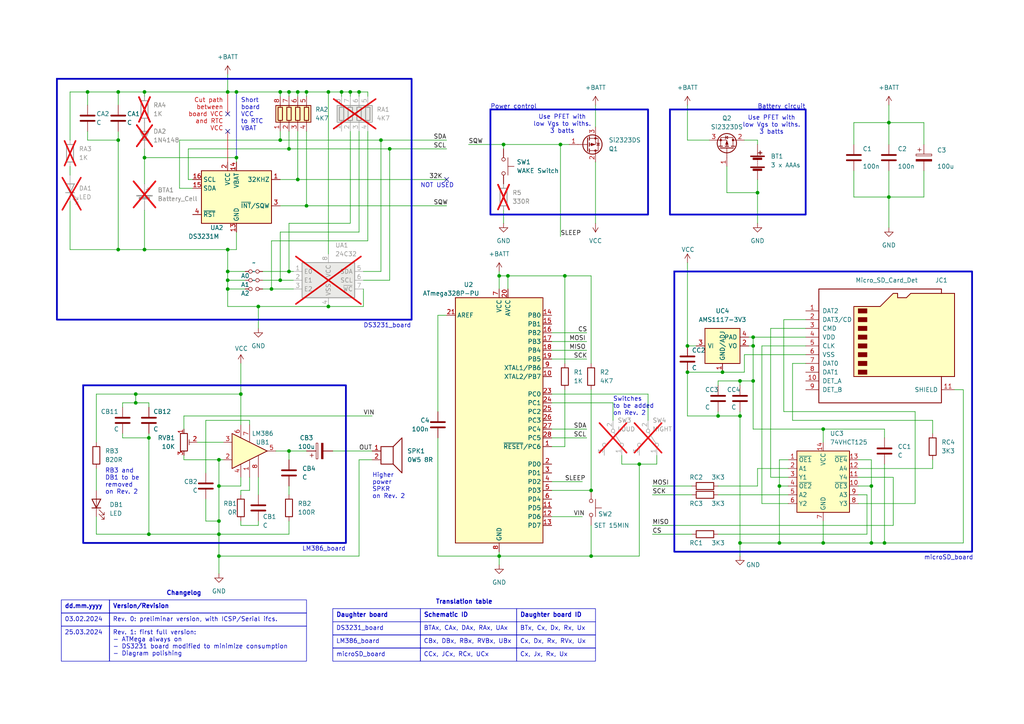
<source format=kicad_sch>
(kicad_sch (version 20231120) (generator "eeschema") (generator_version "8.0")
  (paper "A4")
  (title_block (title "Seikosha80 Westminster Chimer") (rev "1") (comment 1 "and \"http://gammon.com.au/images/Arduino/HHS_Temperature_Logger1.png\"") (comment 2 "Loosely based on \"http://www.gammon.com.au/forum/?id=12106\""))
  (lib_symbols
    (symbol "+BATT_1" (power) (pin_names (offset 0))
      (property "Value" "+BATT_1" (at 0 5.08 0))
      (symbol "+BATT_1_1_1"
        (pin power_in line (at 0 0 90) (length 0) hide (name "+BATT") (number "1"))
      )
    )
    (symbol "AMS1117-3V3:AMS1117-3V3" (pin_names (offset 0.762))
      (property "Reference" "U" (at 2.54 -6.35 0))
      (property "Value" "AMS1117-3V3" (at 0 6.35 0))
      (property "Datasheet" "http://www.ti.com/lit/ds/symlink/lm1117.pdf" (at 2.54 -6.35 0))
      (symbol "AMS1117-3V3_1_1"
        (pin passive line (at 0 -7.62 90) (length 2.54) (name "GND/ADJ") (number "1"))
        (pin power_out line (at 7.62 0 180) (length 2.54) (name "VO") (number "2"))
        (pin power_in line (at -7.62 0 0) (length 2.54) (name "VI") (number "3"))
        (pin power_out line (at 7.62 2.54 180) (length 2.54) (name "PAD") (number "4"))
      )
    )
    (symbol "Amplifier_Audio:LM386" (pin_names (offset 0.127) hide)
      (property "Reference" "U" (at 1.27 7.62 0))
      (property "Value" "LM386" (at 1.27 5.08 0))
      (symbol "LM386_1_1"
        (pin input line (at 0 -7.62 90) (length 5.08) (name "GAIN") (number "1"))
        (pin input line (at -7.62 -2.54 0) (length 2.54) (name "-") (number "2"))
        (pin input line (at -7.62 2.54 0) (length 2.54) (name "+") (number "3"))
        (pin power_in line (at -2.54 -7.62 90) (length 3.81) (name "GND") (number "4"))
        (pin output line (at 7.62 0 180) (length 2.54) (name "~") (number "5"))
        (pin power_in line (at -2.54 7.62 270) (length 3.81) (name "V+") (number "6"))
        (pin input line (at 0 7.62 270) (length 5.08) (name "BYPASS") (number "7"))
        (pin input line (at 2.54 -7.62 90) (length 6.35) (name "GAIN") (number "8"))
      )
    )
    (symbol "Connector:Micro_SD_Card_Det" (pin_names (offset 1.016))
      (property "Reference" "J" (at -16.51 17.78 0))
      (property "Value" "Micro_SD_Card_Det" (at 16.51 17.78 0))
      (symbol "Micro_SD_Card_Det_1_1"
        (pin bidirectional line (at -22.86 10.16 0) (length 3.81) (name "DAT2") (number "1"))
        (pin passive line (at -22.86 -10.16 0) (length 3.81) (name "DET_A") (number "10"))
        (pin passive line (at 20.32 -12.7 180) (length 3.81) (name "SHIELD") (number "11"))
        (pin bidirectional line (at -22.86 7.62 0) (length 3.81) (name "DAT3/CD") (number "2"))
        (pin input line (at -22.86 5.08 0) (length 3.81) (name "CMD") (number "3"))
        (pin power_in line (at -22.86 2.54 0) (length 3.81) (name "VDD") (number "4"))
        (pin input line (at -22.86 0 0) (length 3.81) (name "CLK") (number "5"))
        (pin power_in line (at -22.86 -2.54 0) (length 3.81) (name "VSS") (number "6"))
        (pin bidirectional line (at -22.86 -5.08 0) (length 3.81) (name "DAT0") (number "7"))
        (pin bidirectional line (at -22.86 -7.62 0) (length 3.81) (name "DAT1") (number "8"))
        (pin passive line (at -22.86 -12.7 0) (length 3.81) (name "DET_B") (number "9"))
      )
    )
    (symbol "Device:Battery" (pin_numbers hide) (pin_names (offset 0) hide)
      (property "Reference" "BT" (at 2.54 2.54 0))
      (property "Value" "Battery" (at 2.54 0 0))
      (symbol "Battery_1_1"
        (pin passive line (at 0 5.08 270) (length 2.54) (name "+") (number "1"))
        (pin passive line (at 0 -5.08 90) (length 2.54) (name "-") (number "2"))
      )
    )
    (symbol "Device:Battery_Cell" (pin_numbers hide) (pin_names (offset 0) hide)
      (property "Reference" "BT" (at 2.54 2.54 0))
      (property "Value" "Battery_Cell" (at 2.54 0 0))
      (symbol "Battery_Cell_1_1"
        (pin passive line (at 0 5.08 270) (length 2.54) (name "+") (number "1"))
        (pin passive line (at 0 -2.54 90) (length 2.54) (name "-") (number "2"))
      )
    )
    (symbol "Device:C" (pin_numbers hide) (pin_names (offset 0.254))
      (property "Reference" "C" (at 0.635 2.54 0))
      (property "Value" "C" (at 0.635 -2.54 0))
      (symbol "C_1_1"
        (pin passive line (at 0 3.81 270) (length 2.794) (name "~") (number "1"))
        (pin passive line (at 0 -3.81 90) (length 2.794) (name "~") (number "2"))
      )
    )
    (symbol "Device:CP" (pin_numbers hide) (pin_names (offset 0.254))
      (property "Reference" "C" (at 0.635 2.54 0))
      (property "Value" "CP" (at 0.635 -2.54 0))
      (symbol "CP_1_1"
        (pin passive line (at 0 3.81 270) (length 2.794) (name "~") (number "1"))
        (pin passive line (at 0 -3.81 90) (length 2.794) (name "~") (number "2"))
      )
    )
    (symbol "Device:Jumper_NO_Small" (pin_numbers hide) (pin_names (offset 0.762) hide)
      (property "Reference" "JP" (at 0 2.032 0))
      (property "Value" "Jumper_NO_Small" (at 0.254 -1.524 0))
      (symbol "Jumper_NO_Small_0_1"
        (pin passive line (at -2.54 0 0) (length 1.016) (name "1") (number "1"))
        (pin passive line (at 2.54 0 180) (length 1.016) (name "2") (number "2"))
      )
    )
    (symbol "Device:LED" (pin_numbers hide) (pin_names (offset 1.016) hide)
      (property "Reference" "D" (at 0 2.54 0))
      (property "Value" "LED" (at 0 -2.54 0))
      (symbol "LED_1_1"
        (pin passive line (at -3.81 0 0) (length 2.54) (name "K") (number "1"))
        (pin passive line (at 3.81 0 180) (length 2.54) (name "A") (number "2"))
      )
    )
    (symbol "Device:R" (pin_numbers hide) (pin_names (offset 0))
      (property "Reference" "R" (at 2.032 0 90))
      (property "Value" "R" (at 0 0 90))
      (symbol "R_1_1"
        (pin passive line (at 0 3.81 270) (length 1.27) (name "~") (number "1"))
        (pin passive line (at 0 -3.81 90) (length 1.27) (name "~") (number "2"))
      )
    )
    (symbol "Device:R_POT_TRIM" (pin_names (offset 1.016) hide)
      (property "Reference" "RV" (at -4.445 0 90))
      (property "Value" "R_POT_TRIM" (at -2.54 0 90))
      (symbol "R_POT_TRIM_1_1"
        (pin passive line (at 0 3.81 270) (length 1.27) (name "1") (number "1"))
        (pin passive line (at 3.81 0 180) (length 1.27) (name "2") (number "2"))
        (pin passive line (at 0 -3.81 90) (length 1.27) (name "3") (number "3"))
      )
    )
    (symbol "Device:R_Pack04" (pin_names (offset 0) hide)
      (property "Reference" "RN" (at -7.62 0 90))
      (property "Value" "R_Pack04" (at 5.08 0 90))
      (symbol "R_Pack04_1_1"
        (pin passive line (at -5.08 -5.08 90) (length 2.54) (name "R1.1") (number "1"))
        (pin passive line (at -2.54 -5.08 90) (length 2.54) (name "R2.1") (number "2"))
        (pin passive line (at 0 -5.08 90) (length 2.54) (name "R3.1") (number "3"))
        (pin passive line (at 2.54 -5.08 90) (length 2.54) (name "R4.1") (number "4"))
        (pin passive line (at 2.54 5.08 270) (length 2.54) (name "R4.2") (number "5"))
        (pin passive line (at 0 5.08 270) (length 2.54) (name "R3.2") (number "6"))
        (pin passive line (at -2.54 5.08 270) (length 2.54) (name "R2.2") (number "7"))
        (pin passive line (at -5.08 5.08 270) (length 2.54) (name "R1.2") (number "8"))
      )
    )
    (symbol "Device:Speaker" (pin_names (offset 0) hide)
      (property "Reference" "LS" (at 1.27 5.715 0))
      (property "Value" "Speaker" (at 1.27 3.81 0))
      (symbol "Speaker_1_1"
        (pin input line (at -5.08 0 0) (length 2.54) (name "1") (number "1"))
        (pin input line (at -5.08 -2.54 0) (length 2.54) (name "2") (number "2"))
      )
    )
    (symbol "Diode:1N4148" (pin_numbers hide) (pin_names (offset 1.016) hide)
      (property "Reference" "D" (at 0 2.54 0))
      (property "Value" "1N4148" (at 0 -2.54 0))
      (symbol "1N4148_1_1"
        (pin passive line (at -3.81 0 0) (length 2.54) (name "K") (number "1"))
        (pin passive line (at 3.81 0 180) (length 2.54) (name "A") (number "2"))
      )
    )
    (symbol "MCU_Microchip_ATmega:ATmega328P-P"
      (property "Reference" "U" (at -12.7 36.83 0))
      (property "Value" "ATmega328P-P" (at 2.54 -36.83 0))
      (symbol "ATmega328P-P_1_1"
        (pin bidirectional line (at 15.24 -7.62 180) (length 2.54) (name "~{RESET}/PC6") (number "1"))
        (pin bidirectional line (at 15.24 12.7 180) (length 2.54) (name "XTAL2/PB7") (number "10"))
        (pin bidirectional line (at 15.24 -25.4 180) (length 2.54) (name "PD5") (number "11"))
        (pin bidirectional line (at 15.24 -27.94 180) (length 2.54) (name "PD6") (number "12"))
        (pin bidirectional line (at 15.24 -30.48 180) (length 2.54) (name "PD7") (number "13"))
        (pin bidirectional line (at 15.24 30.48 180) (length 2.54) (name "PB0") (number "14"))
        (pin bidirectional line (at 15.24 27.94 180) (length 2.54) (name "PB1") (number "15"))
        (pin bidirectional line (at 15.24 25.4 180) (length 2.54) (name "PB2") (number "16"))
        (pin bidirectional line (at 15.24 22.86 180) (length 2.54) (name "PB3") (number "17"))
        (pin bidirectional line (at 15.24 20.32 180) (length 2.54) (name "PB4") (number "18"))
        (pin bidirectional line (at 15.24 17.78 180) (length 2.54) (name "PB5") (number "19"))
        (pin bidirectional line (at 15.24 -12.7 180) (length 2.54) (name "PD0") (number "2"))
        (pin power_in line (at 2.54 38.1 270) (length 2.54) (name "AVCC") (number "20"))
        (pin passive line (at -15.24 30.48 0) (length 2.54) (name "AREF") (number "21"))
        (pin passive line (at 0 -38.1 90) (length 2.54) hide (name "GND") (number "22"))
        (pin bidirectional line (at 15.24 7.62 180) (length 2.54) (name "PC0") (number "23"))
        (pin bidirectional line (at 15.24 5.08 180) (length 2.54) (name "PC1") (number "24"))
        (pin bidirectional line (at 15.24 2.54 180) (length 2.54) (name "PC2") (number "25"))
        (pin bidirectional line (at 15.24 0 180) (length 2.54) (name "PC3") (number "26"))
        (pin bidirectional line (at 15.24 -2.54 180) (length 2.54) (name "PC4") (number "27"))
        (pin bidirectional line (at 15.24 -5.08 180) (length 2.54) (name "PC5") (number "28"))
        (pin bidirectional line (at 15.24 -15.24 180) (length 2.54) (name "PD1") (number "3"))
        (pin bidirectional line (at 15.24 -17.78 180) (length 2.54) (name "PD2") (number "4"))
        (pin bidirectional line (at 15.24 -20.32 180) (length 2.54) (name "PD3") (number "5"))
        (pin bidirectional line (at 15.24 -22.86 180) (length 2.54) (name "PD4") (number "6"))
        (pin power_in line (at 0 38.1 270) (length 2.54) (name "VCC") (number "7"))
        (pin power_in line (at 0 -38.1 90) (length 2.54) (name "GND") (number "8"))
        (pin bidirectional line (at 15.24 15.24 180) (length 2.54) (name "XTAL1/PB6") (number "9"))
      )
    )
    (symbol "Memory_EEPROM:CAT24C256"
      (property "Reference" "U3" (at 1.9559 10.16 0))
      (property "Value" "74VHCT125" (at 1.9559 7.62 0))
      (symbol "CAT24C256_1_1"
        (pin input line (at -10.16 2.54 0) (length 2.54) (name "~{OE1}") (number "1"))
        (pin input line (at 10.16 -5.08 180) (length 2.54) (name "~{OE3}") (number "10"))
        (pin output line (at 10.16 -2.54 180) (length 2.54) (name "Y4") (number "11"))
        (pin input line (at 10.16 0 180) (length 2.54) (name "A4") (number "12"))
        (pin input line (at 10.16 2.54 180) (length 2.54) (name "~{OE4}") (number "13"))
        (pin power_in line (at 0 7.62 270) (length 2.54) (name "VCC") (number "14"))
        (pin input line (at -10.16 0 0) (length 2.54) (name "A1") (number "2"))
        (pin output line (at -10.16 -2.54 0) (length 2.54) (name "Y1") (number "3"))
        (pin input line (at -10.16 -5.08 0) (length 2.54) (name "~{OE2}") (number "4"))
        (pin input line (at -10.16 -7.62 0) (length 2.54) (name "A2") (number "5"))
        (pin output line (at -10.16 -10.16 0) (length 2.54) (name "Y2") (number "6"))
        (pin power_in line (at 0 -15.24 90) (length 2.54) (name "GND") (number "7"))
        (pin output line (at 10.16 -10.16 180) (length 2.54) (name "Y3") (number "8"))
        (pin input line (at 10.16 -7.62 180) (length 2.54) (name "A3") (number "9"))
      )
    )
    (symbol "Memory_EEPROM:M24C02-FDW"
      (property "Reference" "U" (at -6.35 6.35 0))
      (property "Value" "M24C02-FDW" (at 7.62 6.35 0))
      (symbol "M24C02-FDW_1_1"
        (pin input line (at -10.16 2.54 0) (length 2.54) (name "E0") (number "1"))
        (pin input line (at -10.16 0 0) (length 2.54) (name "E1") (number "2"))
        (pin input line (at -10.16 -2.54 0) (length 2.54) (name "E2") (number "3"))
        (pin power_in line (at 0 -7.62 90) (length 2.54) (name "VSS") (number "4"))
        (pin bidirectional line (at 10.16 2.54 180) (length 2.54) (name "SDA") (number "5"))
        (pin input line (at 10.16 0 180) (length 2.54) (name "SCL") (number "6"))
        (pin input line (at 10.16 -2.54 180) (length 2.54) (name "~{WC}") (number "7"))
        (pin power_in line (at 0 7.62 270) (length 2.54) (name "VCC") (number "8"))
      )
    )
    (symbol "Switch:SW_Push" (pin_numbers hide) (pin_names (offset 1.016) hide)
      (property "Reference" "SW" (at 1.27 2.54 0))
      (property "Value" "SW_Push" (at 0 -1.524 0))
      (symbol "SW_Push_0_1"
        (pin passive line (at -5.08 0 0) (length 2.54) (name "1") (number "1"))
        (pin passive line (at 5.08 0 180) (length 2.54) (name "2") (number "2"))
      )
    )
    (symbol "Switch:SW_SPDT" (pin_names (offset 0) hide)
      (property "Reference" "SW" (at 0 4.318 0))
      (property "Value" "SW_SPDT" (at 0 -5.08 0))
      (symbol "SW_SPDT_1_1"
        (pin passive line (at 5.08 2.54 180) (length 2.54) (name "A") (number "1"))
        (pin passive line (at -5.08 0 0) (length 2.54) (name "B") (number "2"))
        (pin passive line (at 5.08 -2.54 180) (length 2.54) (name "C") (number "3"))
      )
    )
    (symbol "Timer_RTC:DS3231M"
      (property "Reference" "U" (at -7.62 8.89 0))
      (property "Value" "DS3231M" (at 10.16 8.89 0))
      (symbol "DS3231M_1_1"
        (pin open_collector line (at 12.7 5.08 180) (length 2.54) (name "32KHZ") (number "1"))
        (pin passive line (at 0 -10.16 90) (length 2.54) hide (name "GND") (number "10"))
        (pin passive line (at 0 -10.16 90) (length 2.54) hide (name "GND") (number "11"))
        (pin passive line (at 0 -10.16 90) (length 2.54) hide (name "GND") (number "12"))
        (pin power_in line (at 0 -10.16 90) (length 2.54) (name "GND") (number "13"))
        (pin power_in line (at 0 10.16 270) (length 2.54) (name "VBAT") (number "14"))
        (pin bidirectional line (at -12.7 2.54 0) (length 2.54) (name "SDA") (number "15"))
        (pin input line (at -12.7 5.08 0) (length 2.54) (name "SCL") (number "16"))
        (pin power_in line (at -2.54 10.16 270) (length 2.54) (name "VCC") (number "2"))
        (pin open_collector line (at 12.7 -2.54 180) (length 2.54) (name "~{INT}/SQW") (number "3"))
        (pin bidirectional line (at -12.7 -5.08 0) (length 2.54) (name "~{RST}") (number "4"))
        (pin passive line (at 0 -10.16 90) (length 2.54) hide (name "GND") (number "5"))
        (pin passive line (at 0 -10.16 90) (length 2.54) hide (name "GND") (number "6"))
        (pin passive line (at 0 -10.16 90) (length 2.54) hide (name "GND") (number "7"))
        (pin passive line (at 0 -10.16 90) (length 2.54) hide (name "GND") (number "8"))
        (pin passive line (at 0 -10.16 90) (length 2.54) hide (name "GND") (number "9"))
      )
    )
    (symbol "Transistor_FET:FQP27P06" (pin_names hide)
      (property "Reference" "Q" (at 5.08 1.905 0))
      (property "Value" "FQP27P06" (at 5.08 0 0))
      (symbol "FQP27P06_1_1"
        (pin input line (at -5.08 0 0) (length 2.54) (name "G") (number "1"))
        (pin passive line (at 2.54 5.08 270) (length 2.54) (name "D") (number "2"))
        (pin passive line (at 2.54 -5.08 90) (length 2.54) (name "S") (number "3"))
      )
    )
    (symbol "power:+BATT" (power) (pin_names (offset 0))
      (property "Value" "+BATT" (at 0 3.556 0))
      (symbol "+BATT_1_1"
        (pin power_in line (at 0 0 90) (length 0) hide (name "+BATT") (number "1"))
      )
    )
    (symbol "power:GND" (power) (pin_names (offset 0))
      (property "Value" "GND" (at 0 -3.81 0))
      (symbol "GND_1_1"
        (pin power_in line (at 0 0 270) (length 0) hide (name "GND") (number "1"))
      )
    )
    (symbol "power:VCC" (power) (pin_names (offset 0))
      (property "Value" "VCCSW" (at 0 5.08 0))
      (symbol "VCC_1_1"
        (pin power_in line (at 0 0 90) (length 0) hide (name "VCC") (number "1"))
      )
    )
  )
  (junction (at 163.83 80.01))
  (junction (at 226.06 157.48))
  (junction (at 83.82 26.67))
  (junction (at 78.74 83.82))
  (junction (at 171.45 142.24))
  (junction (at 63.5 154.94))
  (junction (at 219.71 55.88))
  (junction (at 25.4 26.67))
  (junction (at 34.29 72.39))
  (junction (at 257.81 57.15))
  (junction (at 86.36 52.07))
  (junction (at 83.82 78.74))
  (junction (at 162.56 41.91))
  (junction (at 63.5 161.29))
  (junction (at 88.9 59.69))
  (junction (at 199.39 100.33))
  (junction (at 147.32 80.01))
  (junction (at 83.82 130.81))
  (junction (at 238.76 157.48))
  (junction (at 41.91 26.67))
  (junction (at 199.39 107.95))
  (junction (at 39.37 114.3))
  (junction (at 208.28 120.65))
  (junction (at 218.44 110.49))
  (junction (at 88.9 26.67))
  (junction (at 74.93 88.9))
  (junction (at 218.44 100.33))
  (junction (at 66.04 81.28))
  (junction (at 214.63 157.48))
  (junction (at 110.49 40.64))
  (junction (at 256.54 157.48))
  (junction (at 69.85 114.3))
  (junction (at 41.91 72.39))
  (junction (at 81.28 40.64))
  (junction (at 238.76 124.46))
  (junction (at 83.82 43.18))
  (junction (at 101.6 26.67))
  (junction (at 252.73 140.97))
  (junction (at 104.14 26.67))
  (junction (at 209.55 107.95))
  (junction (at 34.29 26.67))
  (junction (at 66.04 72.39))
  (junction (at 68.58 26.67))
  (junction (at 81.28 81.28))
  (junction (at 41.91 45.72))
  (junction (at 171.45 161.29))
  (junction (at 99.06 26.67))
  (junction (at 95.25 88.9))
  (junction (at 66.04 78.74))
  (junction (at 63.5 151.13))
  (junction (at 146.05 41.91))
  (junction (at 66.04 83.82))
  (junction (at 113.03 43.18))
  (junction (at 81.28 26.67))
  (junction (at 68.58 45.72))
  (junction (at 226.06 140.97))
  (junction (at 86.36 26.67))
  (junction (at 252.73 157.48))
  (junction (at 43.18 154.94))
  (junction (at 257.81 35.56))
  (junction (at 144.78 161.29))
  (junction (at 66.04 26.67))
  (junction (at 39.37 116.84))
  (junction (at 95.25 26.67))
  (junction (at 63.5 140.97))
  (junction (at 34.29 40.64))
  (junction (at 144.78 80.01))
  (junction (at 43.18 127))
  (junction (at 218.44 97.79))
  (junction (at 63.5 133.35))
  (junction (at 214.63 120.65))
  (junction (at 185.42 134.62))
  (junction (at 214.63 110.49))
  (no_connect (at 66.04 33.02))
  (no_connect (at 129.54 52.07))
  (no_connect (at 66.04 38.1))
  (wire (pts (xy 267.97 57.15) (xy 257.81 57.15)))
  (wire (pts (xy 218.44 100.33) (xy 218.44 110.49)))
  (wire (pts (xy 257.81 57.15) (xy 257.81 66.04)))
  (wire (pts (xy 162.56 41.91) (xy 162.56 68.58)))
  (wire (pts (xy 27.94 154.94) (xy 43.18 154.94)))
  (wire (pts (xy 68.58 26.67) (xy 68.58 45.72)) (stroke (width 0) (color 0 0 194 1)))
  (wire (pts (xy 214.63 110.49) (xy 214.63 111.76)))
  (wire (pts (xy 233.68 105.41) (xy 229.87 105.41)))
  (wire (pts (xy 180.34 132.08) (xy 180.34 134.62)))
  (wire (pts (xy 208.28 154.94) (xy 251.46 154.94)))
  (wire (pts (xy 72.39 121.92) (xy 59.69 121.92)))
  (wire (pts (xy 53.34 124.46) (xy 53.34 120.65)))
  (wire (pts (xy 69.85 140.97) (xy 63.5 140.97)))
  (wire (pts (xy 25.4 26.67) (xy 34.29 26.67)))
  (wire (pts (xy 83.82 43.18) (xy 113.03 43.18)))
  (wire (pts (xy 199.39 40.64) (xy 205.74 40.64)))
  (wire (pts (xy 72.39 123.19) (xy 72.39 121.92)))
  (wire (pts (xy 59.69 144.78) (xy 59.69 151.13)))
  (wire (pts (xy 171.45 152.4) (xy 171.45 161.29)))
  (wire (pts (xy 86.36 52.07) (xy 81.28 52.07)))
  (wire (pts (xy 248.92 140.97) (xy 252.73 140.97)))
  (wire (pts (xy 78.74 69.85) (xy 78.74 83.82)))
  (wire (pts (xy 247.65 57.15) (xy 257.81 57.15)))
  (wire (pts (xy 72.39 142.24) (xy 72.39 138.43)))
  (wire (pts (xy 104.14 26.67) (xy 106.68 26.67)))
  (wire (pts (xy 41.91 45.72) (xy 41.91 53.34)))
  (wire (pts (xy 35.56 125.73) (xy 35.56 127)))
  (wire (pts (xy 189.23 154.94) (xy 200.66 154.94)))
  (wire (pts (xy 81.28 40.64) (xy 110.49 40.64)))
  (wire (pts (xy 127 127) (xy 127 161.29)))
  (wire (pts (xy 39.37 114.3) (xy 27.94 114.3)))
  (wire (pts (xy 88.9 26.67) (xy 95.25 26.67)))
  (wire (pts (xy 39.37 116.84) (xy 43.18 116.84)))
  (wire (pts (xy 177.8 116.84) (xy 177.8 121.92)))
  (wire (pts (xy 189.23 152.4) (xy 259.08 152.4)))
  (wire (pts (xy 107.95 133.35) (xy 104.14 133.35)))
  (wire (pts (xy 43.18 154.94) (xy 63.5 154.94)))
  (wire (pts (xy 160.02 142.24) (xy 171.45 142.24)))
  (wire (pts (xy 95.25 26.67) (xy 99.06 26.67)))
  (wire (pts (xy 76.2 83.82) (xy 78.74 83.82)))
  (wire (pts (xy 187.96 114.3) (xy 187.96 121.92)))
  (wire (pts (xy 218.44 124.46) (xy 238.76 124.46)))
  (wire (pts (xy 210.82 55.88) (xy 219.71 55.88)))
  (wire (pts (xy 41.91 45.72) (xy 68.58 45.72)))
  (wire (pts (xy 228.6 135.89) (xy 219.71 135.89)))
  (wire (pts (xy 64.77 133.35) (xy 63.5 133.35)))
  (wire (pts (xy 160.02 149.86) (xy 168.91 149.86)))
  (wire (pts (xy 34.29 38.1) (xy 34.29 40.64)))
  (wire (pts (xy 83.82 151.13) (xy 83.82 154.94)))
  (wire (pts (xy 199.39 120.65) (xy 199.39 107.95)))
  (wire (pts (xy 256.54 157.48) (xy 252.73 157.48)))
  (wire (pts (xy 81.28 81.28) (xy 85.09 81.28)))
  (wire (pts (xy 259.08 138.43) (xy 259.08 152.4)))
  (wire (pts (xy 279.4 113.03) (xy 279.4 157.48)))
  (wire (pts (xy 189.23 140.97) (xy 200.66 140.97)))
  (wire (pts (xy 68.58 72.39) (xy 68.58 67.31)))
  (wire (pts (xy 63.5 140.97) (xy 63.5 151.13)))
  (wire (pts (xy 66.04 26.67) (xy 68.58 26.67)))
  (wire (pts (xy 247.65 41.91) (xy 247.65 35.56)))
  (wire (pts (xy 81.28 40.64) (xy 81.28 38.1)))
  (wire (pts (xy 248.92 133.35) (xy 252.73 133.35)))
  (wire (pts (xy 69.85 142.24) (xy 72.39 142.24)))
  (wire (pts (xy 144.78 161.29) (xy 144.78 163.83)))
  (wire (pts (xy 113.03 43.18) (xy 129.54 43.18)))
  (wire (pts (xy 160.02 114.3) (xy 187.96 114.3)))
  (wire (pts (xy 147.32 80.01) (xy 144.78 80.01)))
  (wire (pts (xy 99.06 26.67) (xy 101.6 26.67)))
  (wire (pts (xy 279.4 157.48) (xy 256.54 157.48)))
  (wire (pts (xy 66.04 81.28) (xy 66.04 83.82)))
  (wire (pts (xy 88.9 26.67) (xy 88.9 27.94)))
  (wire (pts (xy 146.05 41.91) (xy 162.56 41.91)))
  (wire (pts (xy 144.78 161.29) (xy 171.45 161.29)))
  (wire (pts (xy 81.28 67.31) (xy 81.28 81.28)))
  (wire (pts (xy 171.45 105.41) (xy 171.45 80.01)))
  (wire (pts (xy 233.68 100.33) (xy 220.98 100.33)))
  (wire (pts (xy 163.83 80.01) (xy 147.32 80.01)))
  (wire (pts (xy 105.41 83.82) (xy 105.41 88.9)))
  (wire (pts (xy 270.51 135.89) (xy 270.51 133.35)))
  (wire (pts (xy 25.4 26.67) (xy 20.32 26.67)))
  (wire (pts (xy 185.42 134.62) (xy 190.5 134.62)))
  (wire (pts (xy 83.82 78.74) (xy 85.09 78.74)))
  (wire (pts (xy 83.82 26.67) (xy 86.36 26.67)))
  (wire (pts (xy 88.9 59.69) (xy 129.54 59.69)))
  (wire (pts (xy 80.01 130.81) (xy 83.82 130.81)))
  (wire (pts (xy 59.69 121.92) (xy 59.69 137.16)))
  (wire (pts (xy 57.15 128.27) (xy 64.77 128.27)))
  (wire (pts (xy 144.78 80.01) (xy 144.78 83.82)))
  (wire (pts (xy 267.97 49.53) (xy 267.97 57.15)))
  (wire (pts (xy 68.58 26.67) (xy 81.28 26.67)))
  (wire (pts (xy 220.98 146.05) (xy 228.6 146.05)))
  (wire (pts (xy 270.51 121.92) (xy 270.51 125.73)))
  (wire (pts (xy 199.39 30.48) (xy 199.39 40.64)))
  (wire (pts (xy 223.52 95.25) (xy 233.68 95.25)))
  (wire (pts (xy 238.76 128.27) (xy 238.76 124.46)))
  (wire (pts (xy 257.81 30.48) (xy 257.81 35.56)))
  (wire (pts (xy 69.85 151.13) (xy 69.85 152.4)))
  (wire (pts (xy 218.44 97.79) (xy 233.68 97.79)))
  (wire (pts (xy 228.6 133.35) (xy 226.06 133.35)))
  (wire (pts (xy 217.17 100.33) (xy 218.44 100.33)))
  (wire (pts (xy 39.37 114.3) (xy 69.85 114.3)))
  (wire (pts (xy 35.56 116.84) (xy 39.37 116.84)))
  (wire (pts (xy 162.56 41.91) (xy 165.1 41.91)))
  (wire (pts (xy 66.04 83.82) (xy 66.04 88.9)))
  (wire (pts (xy 63.5 133.35) (xy 63.5 140.97)))
  (wire (pts (xy 214.63 157.48) (xy 226.06 157.48)))
  (wire (pts (xy 86.36 52.07) (xy 129.54 52.07)))
  (wire (pts (xy 210.82 48.26) (xy 210.82 55.88)))
  (wire (pts (xy 160.02 101.6) (xy 170.18 101.6)))
  (wire (pts (xy 214.63 157.48) (xy 214.63 161.29)))
  (wire (pts (xy 83.82 43.18) (xy 83.82 38.1)))
  (wire (pts (xy 35.56 118.11) (xy 35.56 116.84)))
  (wire (pts (xy 83.82 130.81) (xy 83.82 133.35)))
  (wire (pts (xy 163.83 105.41) (xy 163.83 80.01)))
  (wire (pts (xy 83.82 154.94) (xy 63.5 154.94)))
  (wire (pts (xy 160.02 124.46) (xy 170.18 124.46)))
  (wire (pts (xy 83.82 140.97) (xy 83.82 143.51)))
  (wire (pts (xy 86.36 26.67) (xy 86.36 27.94)))
  (wire (pts (xy 219.71 40.64) (xy 219.71 41.91)))
  (wire (pts (xy 172.72 46.99) (xy 172.72 64.77)))
  (wire (pts (xy 55.88 52.07) (xy 54.61 52.07)))
  (wire (pts (xy 74.93 95.25) (xy 74.93 88.9)))
  (wire (pts (xy 34.29 72.39) (xy 41.91 72.39)))
  (wire (pts (xy 66.04 83.82) (xy 71.12 83.82)))
  (wire (pts (xy 105.41 78.74) (xy 110.49 78.74)))
  (wire (pts (xy 104.14 67.31) (xy 81.28 67.31)))
  (wire (pts (xy 247.65 35.56) (xy 257.81 35.56)))
  (wire (pts (xy 66.04 26.67) (xy 66.04 33.02)) (stroke (width 0) (color 194 0 0 1)))
  (wire (pts (xy 218.44 97.79) (xy 218.44 100.33)))
  (wire (pts (xy 110.49 78.74) (xy 110.49 40.64)))
  (wire (pts (xy 160.02 116.84) (xy 177.8 116.84)))
  (wire (pts (xy 25.4 26.67) (xy 25.4 30.48)))
  (wire (pts (xy 53.34 120.65) (xy 107.95 120.65)))
  (wire (pts (xy 215.9 107.95) (xy 209.55 107.95)))
  (wire (pts (xy 215.9 102.87) (xy 215.9 107.95)))
  (wire (pts (xy 248.92 143.51) (xy 251.46 143.51)))
  (wire (pts (xy 39.37 116.84) (xy 39.37 114.3)))
  (wire (pts (xy 251.46 143.51) (xy 251.46 154.94)))
  (wire (pts (xy 106.68 26.67) (xy 106.68 27.94)))
  (wire (pts (xy 96.52 130.81) (xy 107.95 130.81)))
  (wire (pts (xy 228.6 138.43) (xy 223.52 138.43)))
  (wire (pts (xy 229.87 105.41) (xy 229.87 121.92)))
  (wire (pts (xy 69.85 138.43) (xy 69.85 140.97)))
  (wire (pts (xy 163.83 129.54) (xy 163.83 113.03)))
  (wire (pts (xy 248.92 138.43) (xy 259.08 138.43)))
  (wire (pts (xy 27.94 135.89) (xy 27.94 142.24)))
  (wire (pts (xy 171.45 113.03) (xy 171.45 142.24)))
  (wire (pts (xy 81.28 26.67) (xy 81.28 27.94)))
  (wire (pts (xy 54.61 52.07) (xy 54.61 43.18)))
  (wire (pts (xy 110.49 40.64) (xy 129.54 40.64)))
  (wire (pts (xy 25.4 40.64) (xy 34.29 40.64)))
  (wire (pts (xy 265.43 146.05) (xy 265.43 119.38)))
  (wire (pts (xy 214.63 110.49) (xy 218.44 110.49)))
  (wire (pts (xy 146.05 41.91) (xy 146.05 43.18)))
  (wire (pts (xy 34.29 26.67) (xy 34.29 30.48)))
  (wire (pts (xy 53.34 132.08) (xy 53.34 133.35)))
  (wire (pts (xy 229.87 121.92) (xy 270.51 121.92)))
  (wire (pts (xy 214.63 120.65) (xy 214.63 157.48)))
  (wire (pts (xy 69.85 105.41) (xy 69.85 114.3)))
  (wire (pts (xy 76.2 78.74) (xy 83.82 78.74)))
  (wire (pts (xy 267.97 41.91) (xy 267.97 35.56)))
  (wire (pts (xy 226.06 140.97) (xy 228.6 140.97)))
  (wire (pts (xy 238.76 157.48) (xy 226.06 157.48)))
  (wire (pts (xy 52.07 54.61) (xy 52.07 40.64)))
  (wire (pts (xy 20.32 72.39) (xy 34.29 72.39)))
  (wire (pts (xy 63.5 161.29) (xy 104.14 161.29)))
  (wire (pts (xy 160.02 99.06) (xy 170.18 99.06)))
  (wire (pts (xy 66.04 78.74) (xy 66.04 81.28)))
  (wire (pts (xy 256.54 127) (xy 256.54 124.46)))
  (wire (pts (xy 35.56 127) (xy 43.18 127)))
  (wire (pts (xy 199.39 107.95) (xy 209.55 107.95)))
  (wire (pts (xy 81.28 59.69) (xy 88.9 59.69)))
  (wire (pts (xy 59.69 151.13) (xy 63.5 151.13)))
  (wire (pts (xy 101.6 26.67) (xy 101.6 27.94)))
  (wire (pts (xy 99.06 26.67) (xy 99.06 27.94)))
  (wire (pts (xy 252.73 140.97) (xy 252.73 157.48)))
  (wire (pts (xy 218.44 110.49) (xy 218.44 124.46)))
  (wire (pts (xy 219.71 55.88) (xy 219.71 64.77)))
  (wire (pts (xy 41.91 26.67) (xy 41.91 27.94)))
  (wire (pts (xy 88.9 38.1) (xy 88.9 59.69)))
  (wire (pts (xy 20.32 48.26) (xy 20.32 50.8)))
  (wire (pts (xy 208.28 120.65) (xy 199.39 120.65)))
  (wire (pts (xy 160.02 127) (xy 170.18 127)))
  (wire (pts (xy 55.88 54.61) (xy 52.07 54.61)))
  (wire (pts (xy 257.81 49.53) (xy 257.81 57.15)))
  (wire (pts (xy 34.29 40.64) (xy 34.29 72.39)))
  (wire (pts (xy 86.36 38.1) (xy 86.36 52.07)))
  (wire (pts (xy 199.39 100.33) (xy 199.39 76.2)))
  (wire (pts (xy 68.58 45.72) (xy 68.58 46.99)))
  (wire (pts (xy 66.04 72.39) (xy 68.58 72.39)))
  (wire (pts (xy 219.71 135.89) (xy 219.71 140.97)))
  (wire (pts (xy 226.06 133.35) (xy 226.06 140.97)))
  (wire (pts (xy 52.07 40.64) (xy 81.28 40.64)))
  (wire (pts (xy 104.14 133.35) (xy 104.14 161.29)))
  (wire (pts (xy 66.04 78.74) (xy 71.12 78.74)))
  (wire (pts (xy 104.14 26.67) (xy 104.14 27.94)))
  (wire (pts (xy 74.93 138.43) (xy 74.93 143.51)))
  (wire (pts (xy 69.85 152.4) (xy 74.93 152.4)))
  (wire (pts (xy 66.04 81.28) (xy 71.12 81.28)))
  (wire (pts (xy 20.32 58.42) (xy 20.32 72.39)))
  (wire (pts (xy 101.6 38.1) (xy 101.6 64.77)))
  (wire (pts (xy 276.86 113.03) (xy 279.4 113.03)))
  (wire (pts (xy 227.33 119.38) (xy 227.33 92.71)))
  (wire (pts (xy 256.54 134.62) (xy 256.54 157.48)))
  (wire (pts (xy 208.28 119.38) (xy 208.28 120.65)))
  (wire (pts (xy 185.42 134.62) (xy 180.34 134.62)))
  (wire (pts (xy 27.94 149.86) (xy 27.94 154.94)))
  (wire (pts (xy 215.9 40.64) (xy 219.71 40.64)))
  (wire (pts (xy 41.91 45.72) (xy 41.91 43.18)))
  (wire (pts (xy 95.25 26.67) (xy 95.25 73.66)))
  (wire (pts (xy 66.04 38.1) (xy 66.04 46.99)) (stroke (width 0) (color 194 0 0 1)))
  (wire (pts (xy 189.23 143.51) (xy 200.66 143.51)))
  (wire (pts (xy 171.45 80.01) (xy 163.83 80.01)))
  (wire (pts (xy 41.91 72.39) (xy 66.04 72.39)))
  (wire (pts (xy 226.06 140.97) (xy 226.06 157.48)))
  (wire (pts (xy 160.02 129.54) (xy 163.83 129.54)))
  (wire (pts (xy 127 161.29) (xy 144.78 161.29)))
  (wire (pts (xy 105.41 81.28) (xy 113.03 81.28)))
  (wire (pts (xy 27.94 114.3) (xy 27.94 128.27)))
  (wire (pts (xy 74.93 151.13) (xy 74.93 152.4)))
  (wire (pts (xy 227.33 92.71) (xy 233.68 92.71)))
  (wire (pts (xy 104.14 26.67) (xy 101.6 26.67)))
  (wire (pts (xy 223.52 138.43) (xy 223.52 95.25)))
  (wire (pts (xy 190.5 132.08) (xy 190.5 134.62)))
  (wire (pts (xy 104.14 38.1) (xy 104.14 67.31)))
  (wire (pts (xy 53.34 133.35) (xy 63.5 133.35)))
  (wire (pts (xy 74.93 88.9) (xy 95.25 88.9)))
  (wire (pts (xy 83.82 64.77) (xy 83.82 78.74)))
  (wire (pts (xy 208.28 140.97) (xy 219.71 140.97)))
  (wire (pts (xy 88.9 26.67) (xy 86.36 26.67)))
  (wire (pts (xy 160.02 139.7) (xy 168.91 139.7)))
  (wire (pts (xy 78.74 83.82) (xy 85.09 83.82)))
  (wire (pts (xy 208.28 143.51) (xy 228.6 143.51)))
  (wire (pts (xy 248.92 146.05) (xy 265.43 146.05)))
  (wire (pts (xy 129.54 91.44) (xy 127 91.44)))
  (wire (pts (xy 208.28 111.76) (xy 208.28 110.49)))
  (wire (pts (xy 83.82 26.67) (xy 83.82 27.94)))
  (wire (pts (xy 43.18 116.84) (xy 43.18 118.11)))
  (wire (pts (xy 220.98 100.33) (xy 220.98 146.05)))
  (wire (pts (xy 214.63 119.38) (xy 214.63 120.65)))
  (wire (pts (xy 76.2 81.28) (xy 81.28 81.28)))
  (wire (pts (xy 146.05 64.77) (xy 146.05 60.96)))
  (wire (pts (xy 135.89 41.91) (xy 146.05 41.91)))
  (wire (pts (xy 43.18 127) (xy 43.18 125.73)))
  (wire (pts (xy 20.32 26.67) (xy 20.32 40.64)))
  (wire (pts (xy 43.18 127) (xy 43.18 154.94)))
  (wire (pts (xy 83.82 130.81) (xy 88.9 130.81)))
  (wire (pts (xy 25.4 38.1) (xy 25.4 40.64)))
  (wire (pts (xy 127 91.44) (xy 127 119.38)))
  (wire (pts (xy 233.68 102.87) (xy 215.9 102.87)))
  (wire (pts (xy 160.02 96.52) (xy 170.18 96.52)))
  (wire (pts (xy 208.28 120.65) (xy 214.63 120.65)))
  (wire (pts (xy 247.65 49.53) (xy 247.65 57.15)))
  (wire (pts (xy 54.61 43.18) (xy 83.82 43.18)))
  (wire (pts (xy 248.92 135.89) (xy 270.51 135.89)))
  (wire (pts (xy 66.04 72.39) (xy 66.04 78.74)))
  (wire (pts (xy 147.32 83.82) (xy 147.32 80.01)))
  (wire (pts (xy 69.85 142.24) (xy 69.85 143.51)))
  (wire (pts (xy 256.54 124.46) (xy 238.76 124.46)))
  (wire (pts (xy 63.5 161.29) (xy 63.5 166.37)))
  (wire (pts (xy 267.97 35.56) (xy 257.81 35.56)))
  (wire (pts (xy 144.78 78.74) (xy 144.78 80.01)))
  (wire (pts (xy 252.73 157.48) (xy 238.76 157.48)))
  (wire (pts (xy 265.43 119.38) (xy 227.33 119.38)))
  (wire (pts (xy 83.82 26.67) (xy 81.28 26.67)))
  (wire (pts (xy 34.29 26.67) (xy 41.91 26.67)))
  (wire (pts (xy 201.93 100.33) (xy 199.39 100.33)))
  (wire (pts (xy 106.68 69.85) (xy 78.74 69.85)))
  (wire (pts (xy 257.81 35.56) (xy 257.81 41.91)))
  (wire (pts (xy 105.41 88.9) (xy 95.25 88.9)))
  (wire (pts (xy 144.78 160.02) (xy 144.78 161.29)))
  (wire (pts (xy 63.5 154.94) (xy 63.5 161.29)))
  (wire (pts (xy 238.76 151.13) (xy 238.76 157.48)))
  (wire (pts (xy 101.6 64.77) (xy 83.82 64.77)))
  (wire (pts (xy 113.03 43.18) (xy 113.03 81.28)))
  (wire (pts (xy 171.45 161.29) (xy 185.42 161.29)))
  (wire (pts (xy 66.04 26.67) (xy 41.91 26.67)))
  (wire (pts (xy 219.71 55.88) (xy 219.71 52.07)))
  (wire (pts (xy 208.28 110.49) (xy 214.63 110.49)))
  (wire (pts (xy 69.85 114.3) (xy 69.85 123.19)))
  (wire (pts (xy 106.68 38.1) (xy 106.68 69.85)))
  (wire (pts (xy 217.17 97.79) (xy 218.44 97.79)))
  (wire (pts (xy 252.73 133.35) (xy 252.73 140.97)))
  (wire (pts (xy 41.91 72.39) (xy 41.91 60.96)))
  (wire (pts (xy 160.02 104.14) (xy 170.18 104.14)))
  (wire (pts (xy 172.72 30.48) (xy 172.72 36.83)))
  (wire (pts (xy 63.5 151.13) (xy 63.5 154.94)))
  (wire (pts (xy 185.42 134.62) (xy 185.42 161.29)))
  (wire (pts (xy 74.93 88.9) (xy 66.04 88.9)))
  (wire (pts (xy 66.04 21.59) (xy 66.04 26.67)))
  (rectangle (start 16.51 22.86) (end 119.38 92.71) (stroke (width 0.508)))
  (rectangle (start 194.31 31.75) (end 233.68 62.23) (stroke (width 0.508)))
  (rectangle (start 195.58 78.74) (end 281.94 160.02) (stroke (width 0.508)))
  (rectangle (start 24.13 111.76) (end 100.33 157.48) (stroke (width 0.508)))
  (rectangle (start 142.24 31.75) (end 187.96 62.23) (stroke (width 0.508)))
  (text_box "Version/Revision" (at 31.75 173.99 0) (size 57.15 3.81) (effects (font (size 1.27 1.27) (thickness 0.254) (bold yes)) (justify left top)))
  (text_box "Cx, Dx, Rx, RVx, Ux" (at 149.86 184.15 0) (size 22.86 3.81) (effects (font (size 1.27 1.27)) (justify left top)))
  (text_box "DS3231_board" (at 96.52 180.34 0) (size 25.4 3.81) (effects (font (size 1.27 1.27)) (justify left top)))
  (text_box "Rev. 0: preliminar version, with ICSP/Serial ifcs." (at 31.75 177.8 0) (size 57.15 3.81) (effects (font (size 1.27 1.27)) (justify left top)))
  (text_box "microSD_board" (at 96.52 187.96 0) (size 25.4 3.81) (effects (font (size 1.27 1.27)) (justify left top)))
  (text_box "Schematic ID" (at 121.92 176.53 0) (size 27.94 3.81) (effects (font (size 1.27 1.27) (thickness 0.254) (bold yes)) (justify left top)))
  (text_box "Changelog" (at 17.78 170.18 0) (size 71.12 3.81) (stroke (width -0.0001)) (effects (font (size 1.27 1.27) (thickness 0.254) (bold yes)) (justify top)))
  (text_box "03.02.2024" (at 17.78 177.8 0) (size 13.97 3.81) (effects (font (size 1.27 1.27)) (justify left top)))
  (text_box "Cx, Jx, Rx, Ux" (at 149.86 187.96 0) (size 22.86 3.81) (effects (font (size 1.27 1.27)) (justify left top)))
  (text_box "CBx, DBx, RBx, RVBx, UBx" (at 121.92 184.15 0) (size 27.94 3.81) (effects (font (size 1.27 1.27)) (justify left top)))
  (text_box "Rev. 1: first full version:\n- ATMega always on\n- DS3231 board modified to minimize consumption\n- Diagram polishing" (at 31.75 181.61 0) (size 57.15 10.16) (effects (font (size 1.27 1.27)) (justify left top)))
  (text_box "25.03.2024" (at 17.78 181.61 0) (size 13.97 10.16) (effects (font (size 1.27 1.27)) (justify left top)))
  (text_box "Translation table" (at 96.52 172.72 0) (size 76.2 3.81) (stroke (width -0.0001)) (effects (font (size 1.27 1.27) (thickness 0.254) (bold yes)) (justify top)))
  (text_box "Daughter board" (at 96.52 176.53 0) (size 25.4 3.81) (effects (font (size 1.27 1.27) (thickness 0.254) (bold yes)) (justify left top)))
  (text_box "dd.mm.yyyy" (at 17.78 173.99 0) (size 13.97 3.81) (effects (font (size 1.27 1.27) (thickness 0.254) (bold yes)) (justify left top)))
  (text_box "Daughter board ID" (at 149.86 176.53 0) (size 22.86 3.81) (effects (font (size 1.27 1.27) (thickness 0.254) (bold yes)) (justify left top)))
  (text_box "BTx, Cx, Dx, Rx, Ux" (at 149.86 180.34 0) (size 22.86 3.81) (effects (font (size 1.27 1.27)) (justify left top)))
  (text_box "BTAx, CAx, DAx, RAx, UAx" (at 121.92 180.34 0) (size 27.94 3.81) (effects (font (size 1.27 1.27)) (justify left top)))
  (text_box "CCx, JCx, RCx, UCx" (at 121.92 187.96 0) (size 27.94 3.81) (effects (font (size 1.27 1.27)) (justify left top)))
  (text_box "LM386_board" (at 96.52 184.15 0) (size 25.4 3.81) (effects (font (size 1.27 1.27)) (justify left top)))
  (text "Battery circuit" (at 219.71 31.75 0) (effects (font (size 1.27 1.27)) (justify left bottom)))
  (text "NOT USED" (at 121.92 54.61 0) (effects (font (size 1.27 1.27)) (justify left bottom)))
  (text "microSD_board" (at 267.97 162.56 0) (effects (font (size 1.27 1.27)) (justify left bottom)))
  (text "Short\nboard\nVCC\nto RTC\nVBAT" (at 69.85 38.1 0) (effects (font (size 1.27 1.27)) (justify left bottom)))
  (text "Use PFET with\nlow Vgs to withs.\n3 batts" (at 223.774 36.322 0) (effects (font (size 1.27 1.27))))
  (text "RB3 and\nDB1 to be\nremoved\non Rev. 2" (at 30.48 143.51 0) (effects (font (size 1.27 1.27)) (justify left bottom)))
  (text "Cut path\nbetween\nboard VCC\nand RTC\nVCC" (at 64.77 38.1 0) (effects (font (size 1.27 1.27)) (justify right bottom)))
  (text "DS3231_board" (at 105.41 95.25 0) (effects (font (size 1.27 1.27)) (justify left bottom)))
  (text "Power control" (at 142.24 31.75 0) (effects (font (size 1.27 1.27)) (justify left bottom)))
  (text "Higher\npower\nSPKR\non Rev. 2" (at 107.95 144.78 0) (effects (font (size 1.27 1.27)) (justify left bottom)))
  (text "Switches\nto be added\non Rev. 2" (at 177.8 120.65 0) (effects (font (size 1.27 1.27)) (justify left bottom)))
  (text "Use PFET with\nlow Vgs to withs.\n3 batts" (at 163.068 36.068 0) (effects (font (size 1.27 1.27))))
  (text "LM386_board" (at 87.63 160.02 0) (effects (font (size 1.27 1.27)) (justify left bottom)))
  (label "CS" (at 189.23 154.94 0))
  (label "VIN" (at 166.37 149.86 0))
  (label "SDA" (at 166.37 124.46 0))
  (label "MOSI" (at 189.23 140.97 0))
  (label "SDA" (at 125.73 40.64 0))
  (label "SQW" (at 125.73 59.69 0))
  (label "SLEEP" (at 162.56 68.58 0))
  (label "SCL" (at 166.37 127 0))
  (label "MISO" (at 189.23 152.4 0))
  (label "MOSI" (at 165.1 99.06 0))
  (label "SQW" (at 135.89 41.91 0))
  (label "SCK" (at 189.23 143.51 0))
  (label "CS" (at 167.64 96.52 0))
  (label "VIN" (at 105.41 120.65 0))
  (label "SCK" (at 166.37 104.14 0))
  (label "SCL" (at 125.73 43.18 0))
  (label "32K" (at 124.46 52.07 0))
  (label "OUT" (at 107.95 130.81 180))
  (label "MISO" (at 165.1 101.6 0))
  (label "SLEEP" (at 163.83 139.7 0))
  (symbol (lib_id "Device:LED") (at 20.32 54.61 90) (unit 1) (dnp yes)
    (property "Reference" "DA1" (at 22.86 54.61 90) (effects (justify right)))
    (property "Value" "LED" (at 22.86 57.15 90) (effects (justify right)))
  )
  (symbol (lib_id "Amplifier_Audio:LM386") (at 72.39 130.81 0) (unit 1)
    (property "Reference" "UB1" (at 76.2 128.27 0))
    (property "Value" "LM386" (at 76.2 125.73 0))
    (property "Datasheet" "http://www.ti.com/lit/ds/symlink/lm386.pdf" (effects (hide yes)))
  )
  (symbol (lib_id "Switch:SW_SPDT") (at 187.96 127 270) (unit 1) (dnp yes)
    (property "Reference" "SW4" (at 189.23 121.92 90) (effects (justify left)))
    (property "Value" "NIGHT" (at 189.23 124.46 90) (effects (justify left)))
  )
  (symbol (lib_id "Device:C") (at 74.93 147.32 0) (unit 1)
    (property "Reference" "CB1" (at 76.2 149.86 0) (effects (justify left)))
    (property "Value" "C" (at 76.2 152.4 0) (effects (justify left)))
  )
  (symbol (lib_id "Device:R") (at 270.51 129.54 0) (unit 1)
    (property "Reference" "RC4" (at 273.05 128.27 0) (effects (justify left)))
    (property "Value" "3K3" (at 273.05 130.81 0) (effects (justify left)))
  )
  (symbol (lib_id "power:VCC") (at 172.72 64.77 0) (mirror x) (unit 1)
    (property "Reference" "#PWR05" (effects (hide yes)))
    (property "Value" "VCC" (at 172.72 69.85 0))
  )
  (symbol (lib_id "Device:C") (at 43.18 121.92 0) (unit 1)
    (property "Reference" "CB12" (at 44.45 119.38 0) (effects (justify left)))
    (property "Value" "C" (at 44.45 124.46 0) (effects (justify left)))
  )
  (symbol (lib_id "Device:Battery") (at 219.71 46.99 0) (unit 1)
    (property "Reference" "BT1" (at 223.52 45.339 0) (effects (justify left)))
    (property "Value" "3 x AAAs" (at 223.52 47.879 0) (effects (justify left)))
  )
  (symbol (lib_id "Device:C") (at 59.69 140.97 0) (unit 1)
    (property "Reference" "CB2" (at 53.34 139.7 0) (effects (justify left)))
    (property "Value" "C" (at 55.88 142.24 0) (effects (justify left)))
  )
  (symbol (lib_id "Device:R_Pack04") (at 86.36 33.02 0) (unit 1)
    (property "Reference" "RA2" (at 91.44 31.75 0) (effects (justify left)))
    (property "Value" "4K7" (at 91.44 34.29 0) (effects (justify left)))
  )
  (symbol (lib_id "Device:Speaker") (at 113.03 130.81 0) (unit 1)
    (property "Reference" "SPK1" (at 118.11 130.81 0) (effects (justify left)))
    (property "Value" "0W5 8R" (at 118.11 133.35 0) (effects (justify left)))
  )
  (symbol (lib_id "Device:C") (at 34.29 34.29 0) (unit 1)
    (property "Reference" "CA1" (at 36.83 33.02 0) (effects (justify left)))
    (property "Value" "C" (at 36.83 35.56 0) (effects (justify left)))
  )
  (symbol (lib_id "Transistor_FET:FQP27P06") (at 210.82 43.18 270) (mirror x) (unit 1)
    (property "Reference" "Q2" (at 210.82 34.29 90))
    (property "Value" "Si2323DS" (at 210.82 36.83 90))
    (property "Footprint" "Package_TO_SOT_THT:TO-220-3_Vertical" (effects (hide yes)))
    (property "Datasheet" "https://www.onsemi.com/pub/Collateral/FQP27P06-D.PDF" (effects (hide yes)))
  )
  (symbol (lib_id "power:GND") (at 219.71 64.77 0) (unit 1)
    (property "Reference" "#PWR07" (effects (hide yes)))
    (property "Value" "GND" (at 219.71 69.85 0))
  )
  (symbol (lib_id "Device:R") (at 83.82 147.32 0) (unit 1)
    (property "Reference" "RB2" (at 86.36 146.05 0) (effects (justify left)))
    (property "Value" "100R" (at 86.36 148.59 0) (effects (justify left)))
  )
  (symbol (lib_id "Memory_EEPROM:M24C02-FDW") (at 95.25 81.28 0) (unit 1) (dnp yes)
    (property "Reference" "UA1" (at 97.2059 71.12 0) (effects (justify left)))
    (property "Value" "24C32" (at 97.2059 73.66 0) (effects (justify left)))
    (property "Footprint" "Package_SO:TSSOP-8_4.4x3mm_P0.65mm" (effects (hide yes)))
    (property "Datasheet" "http://www.st.com/content/ccc/resource/technical/document/datasheet/b0/d8/50/40/5a/85/49/6f/DM00071904.pdf/files/DM00071904.pdf/jcr:content/translations/en.DM00071904.pdf" (effects (hide yes)))
  )
  (symbol (lib_id "Device:Jumper_NO_Small") (at 73.66 78.74 0) (unit 1)
    (property "Reference" "A0" (at 71.12 80.01 0))
    (property "Value" "~" (at 73.66 76.2 0))
  )
  (symbol (lib_id "Switch:SW_SPDT") (at 177.8 127 270) (unit 1) (dnp yes)
    (property "Reference" "SW3" (at 179.07 121.92 90) (effects (justify left)))
    (property "Value" "LOUD" (at 179.07 124.46 90) (effects (justify left)))
  )
  (symbol (lib_id "Device:R") (at 163.83 109.22 0) (unit 1)
    (property "Reference" "R1" (at 166.37 107.95 0) (effects (justify left)))
    (property "Value" "1K" (at 166.37 110.49 0) (effects (justify left)))
  )
  (symbol (lib_id "Device:R") (at 204.47 140.97 270) (unit 1)
    (property "Reference" "RC2" (at 201.93 138.43 90))
    (property "Value" "3K3" (at 208.28 138.43 90))
  )
  (symbol (lib_id "Switch:SW_Push") (at 171.45 147.32 270) (unit 1)
    (property "Reference" "SW2" (at 173.482 149.098 90) (effects (justify left)))
    (property "Value" "SET 15MIN" (at 172.212 152.4 90) (effects (justify left)))
  )
  (symbol (lib_id "Memory_EEPROM:CAT24C256") (at 238.76 135.89 0) (unit 1)
    (property "Reference" "UC3" (at 240.7159 125.73 0) (effects (justify left)))
    (property "Value" "74VHCT125" (at 240.7159 128.27 0) (effects (justify left)))
  )
  (symbol (lib_id "Device:LED") (at 27.94 146.05 90) (unit 1)
    (property "Reference" "DB1" (at 31.75 146.3675 90) (effects (justify right)))
    (property "Value" "LED" (at 31.75 148.9075 90) (effects (justify right)))
  )
  (symbol (lib_id "Device:C") (at 35.56 121.92 0) (unit 1)
    (property "Reference" "CB11" (at 29.21 119.38 0) (effects (justify left)))
    (property "Value" "C" (at 33.02 124.46 0) (effects (justify left)))
  )
  (symbol (lib_id "power:+BATT") (at 66.04 21.59 0) (unit 1)
    (property "Reference" "#PWR01" (effects (hide yes)))
    (property "Value" "+BATT" (at 66.04 16.51 0))
  )
  (symbol (lib_id "Device:Jumper_NO_Small") (at 73.66 81.28 0) (unit 1)
    (property "Reference" "A1" (at 71.12 82.55 0))
    (property "Value" "~" (at 73.66 78.74 0))
  )
  (symbol (lib_id "Device:C") (at 199.39 104.14 0) (unit 1)
    (property "Reference" "CC2" (at 200.66 101.6 0) (effects (justify left)))
    (property "Value" "C" (at 200.66 106.68 0) (effects (justify left)))
  )
  (symbol (lib_id "Device:R") (at 69.85 147.32 0) (unit 1)
    (property "Reference" "RB1" (at 64.77 146.05 0) (effects (justify left)))
    (property "Value" "0R" (at 66.04 148.59 0) (effects (justify left)))
  )
  (symbol (lib_id "AMS1117-3V3:AMS1117-3V3") (at 209.55 100.33 0) (unit 1)
    (property "Reference" "UC4" (at 209.55 90.17 0))
    (property "Value" "AMS1117-3V3" (at 209.55 92.71 0))
    (property "DESC" "LM1117 800-mA Low-Dropout Linear Regulator" (effects (hide yes)))
    (property "MFG_NAME" "Texas Instruments" (effects (hide yes)))
    (property "MPN" "LM1117" (effects (hide yes)))
  )
  (symbol (lib_id "Device:CP") (at 92.71 130.81 90) (unit 1)
    (property "Reference" "CB3" (at 88.9 127 90))
    (property "Value" "100u" (at 88.9 129.54 90))
  )
  (symbol (lib_id "power:GND") (at 257.81 66.04 0) (unit 1)
    (property "Reference" "#PWR011" (effects (hide yes)))
    (property "Value" "GND" (at 257.81 71.12 0))
  )
  (symbol (lib_id "power:+BATT") (at 144.78 78.74 0) (unit 1)
    (property "Reference" "#PWR012" (effects (hide yes)))
    (property "Value" "+BATT" (at 144.78 73.66 0))
  )
  (symbol (lib_id "power:GND") (at 214.63 161.29 0) (unit 1)
    (property "Reference" "#PWR014" (effects (hide yes)))
    (property "Value" "GND" (at 218.44 163.83 0))
  )
  (symbol (lib_id "power:+BATT") (at 199.39 30.48 0) (unit 1)
    (property "Reference" "#PWR06" (effects (hide yes)))
    (property "Value" "+BATT" (at 199.39 25.4 0))
  )
  (symbol (lib_id "Device:R") (at 20.32 44.45 0) (unit 1) (dnp yes)
    (property "Reference" "RA3" (at 22.86 43.18 0) (effects (justify left)))
    (property "Value" "1K" (at 22.86 45.72 0) (effects (justify left)))
  )
  (symbol (lib_id "Device:Jumper_NO_Small") (at 73.66 83.82 0) (unit 1)
    (property "Reference" "A2" (at 71.12 85.09 0))
    (property "Value" "~" (at 73.66 81.28 0))
  )
  (symbol (lib_id "Device:R") (at 146.05 57.15 0) (unit 1) (dnp yes)
    (property "Reference" "R5" (at 148.59 55.88 0) (effects (justify left)))
    (property "Value" "330R" (at 148.59 58.42 0) (effects (justify left)))
  )
  (symbol (lib_id "Device:C") (at 127 123.19 0) (unit 1)
    (property "Reference" "C4" (at 121.92 121.92 0) (effects (justify left)))
    (property "Value" "100n" (at 119.38 124.46 0) (effects (justify left)))
  )
  (symbol (lib_id "Device:C") (at 247.65 45.72 0) (unit 1)
    (property "Reference" "C1" (at 250.19 43.18 0) (effects (justify left)))
    (property "Value" "100n" (at 250.19 48.26 0) (effects (justify left)))
  )
  (symbol (lib_id "Device:R") (at 204.47 154.94 270) (unit 1)
    (property "Reference" "RC1" (at 201.93 157.48 90))
    (property "Value" "3K3" (at 208.28 157.48 90))
  )
  (symbol (lib_id "Transistor_FET:FQP27P06") (at 170.18 41.91 0) (mirror x) (unit 1)
    (property "Reference" "Q1" (at 176.53 43.18 0) (effects (justify left)))
    (property "Value" "Si2323DS" (at 176.53 40.64 0) (effects (justify left)))
    (property "Footprint" "Package_TO_SOT_THT:TO-220-3_Vertical" (effects (hide yes)))
    (property "Datasheet" "https://www.onsemi.com/pub/Collateral/FQP27P06-D.PDF" (effects (hide yes)))
  )
  (symbol (lib_id "Device:R") (at 204.47 143.51 270) (unit 1)
    (property "Reference" "RC3" (at 201.93 146.05 90))
    (property "Value" "3K3" (at 208.28 146.05 90))
  )
  (symbol (lib_id "Device:C") (at 25.4 34.29 0) (unit 1)
    (property "Reference" "CA2" (at 27.94 33.02 0) (effects (justify left)))
    (property "Value" "C" (at 27.94 35.56 0) (effects (justify left)))
  )
  (symbol (lib_id "Device:R") (at 171.45 109.22 0) (unit 1)
    (property "Reference" "R2" (at 173.99 107.9499 0) (effects (justify left)))
    (property "Value" "4K7" (at 173.99 110.4899 0) (effects (justify left)))
  )
  (symbol (lib_id "Device:CP") (at 267.97 45.72 0) (unit 1)
    (property "Reference" "C3" (at 271.78 43.561 0) (effects (justify left)))
    (property "Value" "100u" (at 271.78 48.26 0) (effects (justify left)))
  )
  (symbol (lib_id "Timer_RTC:DS3231M") (at 68.58 57.15 0) (unit 1)
    (property "Reference" "UA2" (at 60.96 66.04 0) (effects (justify left)))
    (property "Value" "DS3231M" (at 54.61 68.58 0) (effects (justify left)))
    (property "Footprint" "Package_SO:SOIC-16W_7.5x10.3mm_P1.27mm" (effects (hide yes)))
    (property "Datasheet" "http://datasheets.maximintegrated.com/en/ds/DS3231.pdf" (effects (hide yes)))
  )
  (symbol (lib_id "Device:R_POT_TRIM") (at 53.34 128.27 0) (unit 1)
    (property "Reference" "RVB1" (at 50.8 127 0) (effects (justify right)))
    (property "Value" "10K" (at 50.8 129.54 0) (effects (justify right)))
  )
  (symbol (lib_id "power:+BATT") (at 257.81 30.48 0) (unit 1)
    (property "Reference" "#PWR010" (effects (hide yes)))
    (property "Value" "+BATT" (at 257.81 25.4 0))
  )
  (symbol (lib_id "power:GND") (at 144.78 163.83 0) (unit 1)
    (property "Reference" "#PWR013" (effects (hide yes)))
    (property "Value" "GND" (at 144.78 168.91 0))
  )
  (symbol (lib_name "+BATT_1") (lib_id "power:+BATT") (at 199.39 76.2 0) (unit 1)
    (property "Reference" "#PWR015" (effects (hide yes)))
    (property "Value" "VCC" (at 197.612 72.39 0) (effects (justify left)))
  )
  (symbol (lib_id "Device:C") (at 257.81 45.72 0) (unit 1)
    (property "Reference" "C2" (at 260.35 43.18 0) (effects (justify left)))
    (property "Value" "100n" (at 260.35 48.26 0) (effects (justify left)))
  )
  (symbol (lib_id "Diode:1N4148") (at 41.91 39.37 90) (unit 1) (dnp yes)
    (property "Reference" "DA2" (at 44.45 38.1 90) (effects (justify right)))
    (property "Value" "1N4148" (at 44.45 40.64 90) (effects (justify right)))
    (property "Footprint" "Diode_THT:D_DO-35_SOD27_P7.62mm_Horizontal" (effects (hide yes)))
    (property "Datasheet" "https://assets.nexperia.com/documents/data-sheet/1N4148_1N4448.pdf" (effects (hide yes)))
  )
  (symbol (lib_id "Connector:Micro_SD_Card_Det") (at 256.54 100.33 0) (unit 1)
    (property "Reference" "JC1" (at 273.05 81.28 0))
    (property "Value" "Micro_SD_Card_Det" (at 257.175 81.28 0))
    (property "Datasheet" "https://www.hirose.com/product/en/download_file/key_name/DM3/category/Catalog/doc_file_id/49662/?file_category_id=4&item_id=195&is_series=1" (effects (hide yes)))
  )
  (symbol (lib_id "Device:R_Pack04") (at 104.14 33.02 0) (unit 1) (dnp yes)
    (property "Reference" "RA1" (at 109.22 31.75 0) (effects (justify left)))
    (property "Value" "4K7" (at 109.22 34.29 0) (effects (justify left)))
  )
  (symbol (lib_id "Device:Battery_Cell") (at 41.91 58.42 0) (unit 1) (dnp yes)
    (property "Reference" "BTA1" (at 45.72 55.118 0) (effects (justify left)))
    (property "Value" "Battery_Cell" (at 45.72 57.658 0) (effects (justify left)))
  )
  (symbol (lib_id "power:GND") (at 146.05 64.77 0) (unit 1)
    (property "Reference" "#PWR04" (effects (hide yes)))
    (property "Value" "GND" (at 146.05 69.85 0))
  )
  (symbol (lib_id "Device:R") (at 41.91 31.75 0) (unit 1) (dnp yes)
    (property "Reference" "RA4" (at 44.45 30.4799 0) (effects (justify left)))
    (property "Value" "1K" (at 44.45 33.0199 0) (effects (justify left)))
  )
  (symbol (lib_id "power:+BATT") (at 172.72 30.48 0) (unit 1)
    (property "Reference" "#PWR03" (effects (hide yes)))
    (property "Value" "+BATT" (at 172.72 25.4 0))
  )
  (symbol (lib_id "Device:R") (at 27.94 132.08 0) (unit 1)
    (property "Reference" "RB3" (at 30.48 130.81 0) (effects (justify left)))
    (property "Value" "820R" (at 30.48 133.35 0) (effects (justify left)))
  )
  (symbol (lib_id "power:GND") (at 74.93 95.25 0) (unit 1)
    (property "Reference" "#PWR02" (effects (hide yes)))
    (property "Value" "GND" (at 74.93 100.33 0))
  )
  (symbol (lib_id "Device:C") (at 83.82 137.16 0) (unit 1)
    (property "Reference" "CB4" (at 87.63 135.89 0) (effects (justify left)))
    (property "Value" "C" (at 87.63 138.43 0) (effects (justify left)))
  )
  (symbol (lib_id "MCU_Microchip_ATmega:ATmega328P-P") (at 144.78 121.92 0) (unit 1)
    (property "Reference" "U2" (at 135.89 82.55 0))
    (property "Value" "ATmega328P-PU" (at 130.81 85.09 0))
    (property "Footprint" "Package_DIP:DIP-28_W7.62mm" (effects (hide yes)))
    (property "Datasheet" "http://ww1.microchip.com/downloads/en/DeviceDoc/ATmega328_P%20AVR%20MCU%20with%20picoPower%20Technology%20Data%20Sheet%2040001984A.pdf" (effects (hide yes)))
  )
  (symbol (lib_id "Device:C") (at 208.28 115.57 0) (unit 1)
    (property "Reference" "CC3" (at 204.47 113.03 0) (effects (justify left)))
    (property "Value" "C" (at 204.47 118.11 0) (effects (justify left)))
  )
  (symbol (lib_id "power:GND") (at 63.5 166.37 0) (unit 1)
    (property "Reference" "#PWR08" (effects (hide yes)))
    (property "Value" "GND" (at 63.5 171.45 0))
  )
  (symbol (lib_id "Device:C") (at 214.63 115.57 0) (unit 1)
    (property "Reference" "CC4" (at 210.82 113.03 0) (effects (justify left)))
    (property "Value" "C" (at 212.09 118.11 0) (effects (justify left)))
  )
  (symbol (lib_id "Switch:SW_Push") (at 146.05 48.26 270) (unit 1)
    (property "Reference" "SW1" (at 149.86 46.99 90) (effects (justify left)))
    (property "Value" "WAKE Switch" (at 149.86 49.53 90) (effects (justify left)))
  )
  (symbol (lib_id "Device:C") (at 256.54 130.81 0) (unit 1)
    (property "Reference" "CC1" (at 260.35 129.54 0) (effects (justify left)))
    (property "Value" "C" (at 260.35 132.08 0) (effects (justify left)))
  )
  (symbol (lib_name "+BATT_1") (lib_id "power:+BATT") (at 69.85 105.41 0) (unit 1)
    (property "Reference" "#PWR09" (effects (hide yes)))
    (property "Value" "VCC" (at 68.072 101.092 0) (effects (justify left)))
  )
)
</source>
